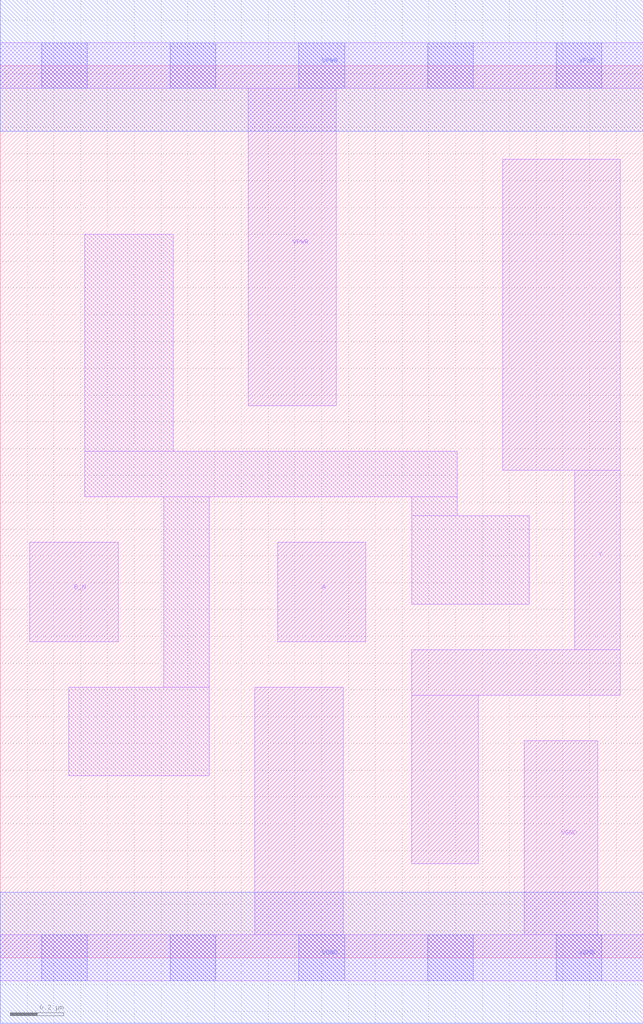
<source format=lef>
# Copyright 2020 The SkyWater PDK Authors
#
# Licensed under the Apache License, Version 2.0 (the "License");
# you may not use this file except in compliance with the License.
# You may obtain a copy of the License at
#
#     https://www.apache.org/licenses/LICENSE-2.0
#
# Unless required by applicable law or agreed to in writing, software
# distributed under the License is distributed on an "AS IS" BASIS,
# WITHOUT WARRANTIES OR CONDITIONS OF ANY KIND, either express or implied.
# See the License for the specific language governing permissions and
# limitations under the License.
#
# SPDX-License-Identifier: Apache-2.0

VERSION 5.7 ;
  NAMESCASESENSITIVE ON ;
  NOWIREEXTENSIONATPIN ON ;
  DIVIDERCHAR "/" ;
  BUSBITCHARS "[]" ;
UNITS
  DATABASE MICRONS 200 ;
END UNITS
MACRO sky130_fd_sc_ls__nor2b_1
  CLASS CORE ;
  SOURCE USER ;
  FOREIGN sky130_fd_sc_ls__nor2b_1 ;
  ORIGIN  0.000000  0.000000 ;
  SIZE  2.400000 BY  3.330000 ;
  SYMMETRY X Y ;
  SITE unit ;
  PIN A
    ANTENNAGATEAREA  0.279000 ;
    DIRECTION INPUT ;
    USE SIGNAL ;
    PORT
      LAYER li1 ;
        RECT 1.035000 1.180000 1.365000 1.550000 ;
    END
  END A
  PIN B_N
    ANTENNAGATEAREA  0.208500 ;
    DIRECTION INPUT ;
    USE SIGNAL ;
    PORT
      LAYER li1 ;
        RECT 0.110000 1.180000 0.440000 1.550000 ;
    END
  END B_N
  PIN Y
    ANTENNADIFFAREA  0.682700 ;
    DIRECTION OUTPUT ;
    USE SIGNAL ;
    PORT
      LAYER li1 ;
        RECT 1.535000 0.350000 1.785000 0.980000 ;
        RECT 1.535000 0.980000 2.315000 1.150000 ;
        RECT 1.875000 1.820000 2.315000 2.980000 ;
        RECT 2.145000 1.150000 2.315000 1.820000 ;
    END
  END Y
  PIN VGND
    DIRECTION INOUT ;
    SHAPE ABUTMENT ;
    USE GROUND ;
    PORT
      LAYER li1 ;
        RECT 0.000000 -0.085000 2.400000 0.085000 ;
        RECT 0.950000  0.085000 1.280000 1.010000 ;
        RECT 1.955000  0.085000 2.230000 0.810000 ;
      LAYER mcon ;
        RECT 0.155000 -0.085000 0.325000 0.085000 ;
        RECT 0.635000 -0.085000 0.805000 0.085000 ;
        RECT 1.115000 -0.085000 1.285000 0.085000 ;
        RECT 1.595000 -0.085000 1.765000 0.085000 ;
        RECT 2.075000 -0.085000 2.245000 0.085000 ;
      LAYER met1 ;
        RECT 0.000000 -0.245000 2.400000 0.245000 ;
    END
  END VGND
  PIN VPWR
    DIRECTION INOUT ;
    SHAPE ABUTMENT ;
    USE POWER ;
    PORT
      LAYER li1 ;
        RECT 0.000000 3.245000 2.400000 3.415000 ;
        RECT 0.925000 2.060000 1.255000 3.245000 ;
      LAYER mcon ;
        RECT 0.155000 3.245000 0.325000 3.415000 ;
        RECT 0.635000 3.245000 0.805000 3.415000 ;
        RECT 1.115000 3.245000 1.285000 3.415000 ;
        RECT 1.595000 3.245000 1.765000 3.415000 ;
        RECT 2.075000 3.245000 2.245000 3.415000 ;
      LAYER met1 ;
        RECT 0.000000 3.085000 2.400000 3.575000 ;
    END
  END VPWR
  OBS
    LAYER li1 ;
      RECT 0.255000 0.680000 0.780000 1.010000 ;
      RECT 0.315000 1.720000 1.705000 1.890000 ;
      RECT 0.315000 1.890000 0.645000 2.700000 ;
      RECT 0.610000 1.010000 0.780000 1.720000 ;
      RECT 1.535000 1.320000 1.975000 1.650000 ;
      RECT 1.535000 1.650000 1.705000 1.720000 ;
  END
END sky130_fd_sc_ls__nor2b_1

</source>
